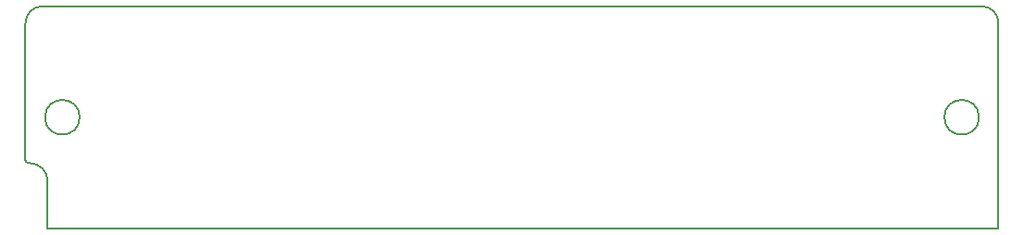
<source format=gm1>
G04 #@! TF.GenerationSoftware,KiCad,Pcbnew,(5.1.10-1-10_14)*
G04 #@! TF.CreationDate,2021-06-21T04:48:21-04:00*
G04 #@! TF.ProjectId,GW4190-SOP,47573431-3930-42d5-934f-502e6b696361,2.0-SOP*
G04 #@! TF.SameCoordinates,Original*
G04 #@! TF.FileFunction,Profile,NP*
%FSLAX46Y46*%
G04 Gerber Fmt 4.6, Leading zero omitted, Abs format (unit mm)*
G04 Created by KiCad (PCBNEW (5.1.10-1-10_14)) date 2021-06-21 04:48:21*
%MOMM*%
%LPD*%
G01*
G04 APERTURE LIST*
G04 #@! TA.AperFunction,Profile*
%ADD10C,0.200000*%
G04 #@! TD*
G04 #@! TA.AperFunction,Profile*
%ADD11C,0.150000*%
G04 #@! TD*
G04 APERTURE END LIST*
D10*
X76454000Y-95631000D02*
G75*
G02*
X76200000Y-95377000I0J254000D01*
G01*
X76200000Y-82804000D02*
G75*
G02*
X77724000Y-81280000I1524000J0D01*
G01*
X163576000Y-81280000D02*
G75*
G02*
X165100000Y-82804000I0J-1524000D01*
G01*
X76581000Y-95631000D02*
X76454000Y-95631000D01*
X78232000Y-101600000D02*
X78232000Y-97282000D01*
D11*
X81153000Y-91440000D02*
G75*
G03*
X81153000Y-91440000I-1587500J0D01*
G01*
X163322000Y-91440000D02*
G75*
G03*
X163322000Y-91440000I-1587500J0D01*
G01*
D10*
X76200000Y-95377000D02*
X76200000Y-82804000D01*
X76581000Y-95631000D02*
G75*
G02*
X78232000Y-97282000I0J-1651000D01*
G01*
X165100000Y-82804000D02*
X165100000Y-101600000D01*
X77724000Y-81280000D02*
X163576000Y-81280000D01*
X165100000Y-101600000D02*
X78232000Y-101600000D01*
M02*

</source>
